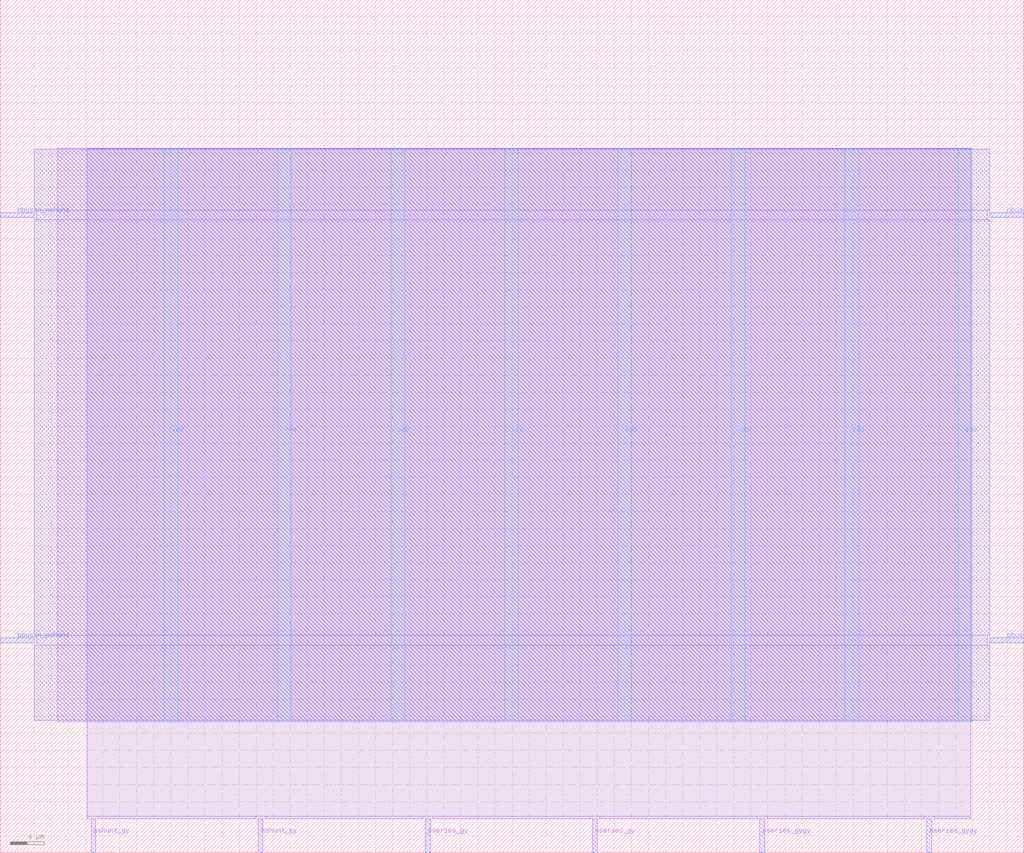
<source format=lef>
VERSION 5.7 ;
  NOWIREEXTENSIONATPIN ON ;
  DIVIDERCHAR "/" ;
  BUSBITCHARS "[]" ;
MACRO filterstage
  CLASS BLOCK ;
  FOREIGN filterstage ;
  ORIGIN 0.000 0.000 ;
  SIZE 120.000 BY 100.000 ;
  PIN nbusin_nshunt
    DIRECTION INOUT ;
    USE SIGNAL ;
    PORT
      LAYER Metal3 ;
        RECT 0.000 74.480 4.000 75.040 ;
    END
  END nbusin_nshunt
  PIN nbusout
    DIRECTION INOUT ;
    USE SIGNAL ;
    PORT
      LAYER Metal3 ;
        RECT 116.000 74.480 120.000 75.040 ;
    END
  END nbusout
  PIN nseries_gy
    DIRECTION INOUT ;
    USE SIGNAL ;
    PORT
      LAYER Metal2 ;
        RECT 69.440 0.000 70.000 4.000 ;
    END
  END nseries_gy
  PIN nseries_gygy
    DIRECTION INOUT ;
    USE SIGNAL ;
    PORT
      LAYER Metal2 ;
        RECT 108.640 0.000 109.200 4.000 ;
    END
  END nseries_gygy
  PIN nshunt_gy
    DIRECTION INOUT ;
    USE SIGNAL ;
    PORT
      LAYER Metal2 ;
        RECT 30.240 0.000 30.800 4.000 ;
    END
  END nshunt_gy
  PIN pbusin_pshunt
    DIRECTION INOUT ;
    USE SIGNAL ;
    PORT
      LAYER Metal3 ;
        RECT 0.000 24.640 4.000 25.200 ;
    END
  END pbusin_pshunt
  PIN pbusout
    DIRECTION INOUT ;
    USE SIGNAL ;
    PORT
      LAYER Metal3 ;
        RECT 116.000 24.640 120.000 25.200 ;
    END
  END pbusout
  PIN pseries_gy
    DIRECTION INOUT ;
    USE SIGNAL ;
    PORT
      LAYER Metal2 ;
        RECT 49.840 0.000 50.400 4.000 ;
    END
  END pseries_gy
  PIN pseries_gygy
    DIRECTION INOUT ;
    USE SIGNAL ;
    PORT
      LAYER Metal2 ;
        RECT 89.040 0.000 89.600 4.000 ;
    END
  END pseries_gygy
  PIN pshunt_gy
    DIRECTION INOUT ;
    USE SIGNAL ;
    PORT
      LAYER Metal2 ;
        RECT 10.640 0.000 11.200 4.000 ;
    END
  END pshunt_gy
  PIN vdd
    DIRECTION INOUT ;
    USE POWER ;
    PORT
      LAYER Metal4 ;
        RECT 19.220 15.380 20.820 82.620 ;
    END
    PORT
      LAYER Metal4 ;
        RECT 45.820 15.380 47.420 82.620 ;
    END
    PORT
      LAYER Metal4 ;
        RECT 72.420 15.380 74.020 82.620 ;
    END
    PORT
      LAYER Metal4 ;
        RECT 99.020 15.380 100.620 82.620 ;
    END
  END vdd
  PIN vss
    DIRECTION INOUT ;
    USE GROUND ;
    PORT
      LAYER Metal4 ;
        RECT 32.520 15.380 34.120 82.620 ;
    END
    PORT
      LAYER Metal4 ;
        RECT 59.120 15.380 60.720 82.620 ;
    END
    PORT
      LAYER Metal4 ;
        RECT 85.720 15.380 87.320 82.620 ;
    END
    PORT
      LAYER Metal4 ;
        RECT 112.320 15.380 113.920 82.620 ;
    END
  END vss
  OBS
      LAYER Metal1 ;
        RECT 6.720 15.380 113.920 82.620 ;
      LAYER Metal2 ;
        RECT 10.220 4.300 113.780 82.510 ;
        RECT 10.220 4.000 10.340 4.300 ;
        RECT 11.500 4.000 29.940 4.300 ;
        RECT 31.100 4.000 49.540 4.300 ;
        RECT 50.700 4.000 69.140 4.300 ;
        RECT 70.300 4.000 88.740 4.300 ;
        RECT 89.900 4.000 108.340 4.300 ;
        RECT 109.500 4.000 113.780 4.300 ;
      LAYER Metal3 ;
        RECT 4.000 75.340 116.000 82.460 ;
        RECT 4.300 74.180 115.700 75.340 ;
        RECT 4.000 25.500 116.000 74.180 ;
        RECT 4.300 24.340 115.700 25.500 ;
        RECT 4.000 15.540 116.000 24.340 ;
  END
END filterstage
END LIBRARY


</source>
